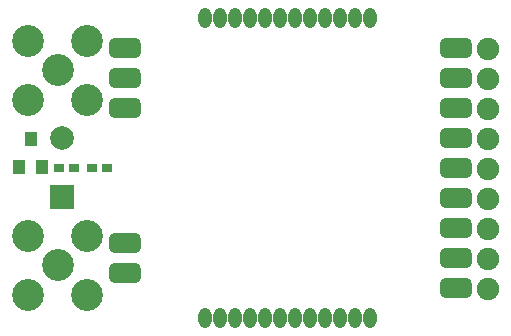
<source format=gbs>
G04*
G04 #@! TF.GenerationSoftware,Altium Limited,Altium Designer,21.2.0 (30)*
G04*
G04 Layer_Color=16711935*
%FSLAX24Y24*%
%MOIN*%
G70*
G04*
G04 #@! TF.SameCoordinates,6A3BDC20-E317-4547-97BB-DAA7722936CF*
G04*
G04*
G04 #@! TF.FilePolarity,Negative*
G04*
G01*
G75*
%ADD16R,0.0340X0.0280*%
G04:AMPARAMS|DCode=18|XSize=106.4mil|YSize=67.1mil|CornerRadius=18.8mil|HoleSize=0mil|Usage=FLASHONLY|Rotation=0.000|XOffset=0mil|YOffset=0mil|HoleType=Round|Shape=RoundedRectangle|*
%AMROUNDEDRECTD18*
21,1,0.1064,0.0295,0,0,0.0*
21,1,0.0689,0.0671,0,0,0.0*
1,1,0.0375,0.0344,-0.0148*
1,1,0.0375,-0.0344,-0.0148*
1,1,0.0375,-0.0344,0.0148*
1,1,0.0375,0.0344,0.0148*
%
%ADD18ROUNDEDRECTD18*%
%ADD19O,0.0434X0.0671*%
%ADD20C,0.1064*%
%ADD21R,0.0789X0.0789*%
%ADD22C,0.0789*%
%ADD23C,0.0749*%
%ADD36R,0.0434X0.0454*%
%ADD37R,0.0434X0.0454*%
D16*
X3330Y0D02*
D03*
X2850D02*
D03*
X2240D02*
D03*
X1760D02*
D03*
D18*
X3940Y-2500D02*
D03*
Y-3500D02*
D03*
X14964Y-4000D02*
D03*
Y-3000D02*
D03*
Y-2000D02*
D03*
Y-1000D02*
D03*
Y0D02*
D03*
Y1000D02*
D03*
Y2000D02*
D03*
Y3000D02*
D03*
Y4000D02*
D03*
X3940D02*
D03*
Y2996D02*
D03*
Y1996D02*
D03*
D19*
X12102Y5000D02*
D03*
X11602D02*
D03*
X11102D02*
D03*
X10602D02*
D03*
X10102D02*
D03*
X9602D02*
D03*
X9102D02*
D03*
X8602D02*
D03*
X8102D02*
D03*
X7602D02*
D03*
X7102D02*
D03*
X6602D02*
D03*
X12102Y-5000D02*
D03*
X11602D02*
D03*
X11102D02*
D03*
X10602D02*
D03*
X10102D02*
D03*
X9602D02*
D03*
X9102D02*
D03*
X8602D02*
D03*
X8102D02*
D03*
X7602D02*
D03*
X7102D02*
D03*
X6602D02*
D03*
D20*
X718Y-2264D02*
D03*
X2686D02*
D03*
Y-4232D02*
D03*
X718D02*
D03*
X1702Y-3248D02*
D03*
Y3248D02*
D03*
X718Y2264D02*
D03*
X2686D02*
D03*
Y4232D02*
D03*
X718D02*
D03*
D21*
X1850Y-984D02*
D03*
D22*
Y984D02*
D03*
D23*
X16052Y3950D02*
D03*
Y2950D02*
D03*
Y1950D02*
D03*
Y-4050D02*
D03*
Y-3050D02*
D03*
Y-2050D02*
D03*
Y-1050D02*
D03*
Y-50D02*
D03*
Y950D02*
D03*
D36*
X1174Y37D02*
D03*
X800Y963D02*
D03*
D37*
X426Y37D02*
D03*
M02*

</source>
